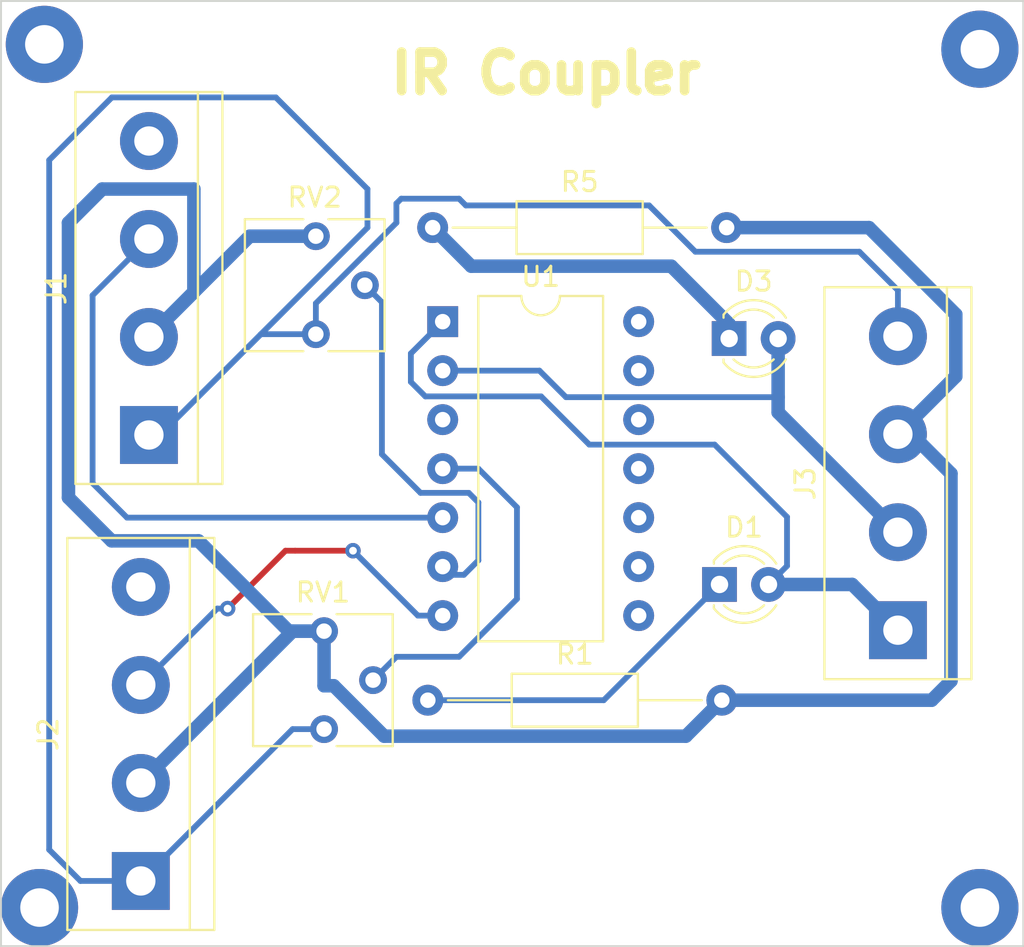
<source format=kicad_pcb>
(kicad_pcb (version 20211014) (generator pcbnew)
  (layers (0 "F.Cu" signal) (31 "B.Cu" signal) (34 "B.Paste" user) (35 "F.Paste" user) (36 "B.SilkS" user "B.Silkscreen") (37 "F.SilkS" user "F.Silkscreen") (38 "B.Mask" user) (39 "F.Mask" user) (44 "Edge.Cuts" user))
  (net 0 "")
  (net 1 "Net-(D1-Pad1)")
  (net 2 "OUT1")
  (net 3 "Net-(D3-Pad1)")
  (net 4 "VCC")
  (net 5 "GND")
  (net 6 "IN1")
  (net 7 "IN2")
  (net 8 "OUT2")
  (net 9 "Net-(RV1-Pad2)")
  (net 10 "Net-(RV2-Pad2)")
  (footprint "Resistor_THT:R_Axial_DIN0207_L6.3mm_D2.5mm_P15.24mm_Horizontal" (layer "F.Cu") (at 55.13 69.75)
    (fp_text reference "R5" (at 7.62 -2.37) (layer "F.SilkS"))
    (fp_text value "220R")
    (fp_line (start 10.89 1.37) (end 10.89 -1.37) (layer "F.SilkS") (width 0.12))
    (fp_line (start 14.2 0) (end 10.89 0) (layer "F.SilkS") (width 0.12))
    (fp_line (start 1.04 0) (end 4.35 0) (layer "F.SilkS") (width 0.12))
    (fp_line (start 4.35 1.37) (end 10.89 1.37) (layer "F.SilkS") (width 0.12))
    (fp_line (start 4.35 -1.37) (end 4.35 1.37) (layer "F.SilkS") (width 0.12))
    (fp_line (start 10.89 -1.37) (end 4.35 -1.37) (layer "F.SilkS") (width 0.12))
    (pad "1" thru_hole circle (at 0 0) (size 1.6 1.6) (drill 0.8) (layers *.Cu *.Mask) (net 3 "Net-(D3-Pad1)"))
    (pad "2" thru_hole oval (at 15.24 0) (size 1.6 1.6) (drill 0.8) (layers *.Cu *.Mask) (net 5 "GND"))
  )
  (footprint "LED_THT:LED_D3.0mm" (layer "F.Cu") (at 70 88.25)
    (fp_text reference "D1" (at 1.27 -2.96) (layer "F.SilkS"))
    (fp_text value "LED")
    (fp_line (start -0.29 -1.236) (end -0.29 -1.08) (layer "F.SilkS") (width 0.12))
    (fp_line (start -0.29 1.08) (end -0.29 1.236) (layer "F.SilkS") (width 0.12))
    (fp_arc (start -0.29 -1.235516) (mid 1.366487 -1.987659) (end 2.942335 -1.078608) (layer "F.SilkS") (width 0.12))
    (fp_arc (start 0.229039 -1.08) (mid 1.270117 -1.5) (end 2.31113 -1.079837) (layer "F.SilkS") (width 0.12))
    (fp_arc (start 2.942335 1.078608) (mid 1.366487 1.987659) (end -0.29 1.235516) (layer "F.SilkS") (width 0.12))
    (fp_arc (start 2.31113 1.079837) (mid 1.270117 1.5) (end 0.229039 1.08) (layer "F.SilkS") (width 0.12))
    (pad "1" thru_hole rect (at 0 0) (size 1.8 1.8) (drill 0.9) (layers *.Cu *.Mask) (net 1 "Net-(D1-Pad1)"))
    (pad "2" thru_hole circle (at 2.54 0) (size 1.8 1.8) (drill 0.9) (layers *.Cu *.Mask) (net 8 "OUT2"))
  )
  (footprint "TerminalBlock:TerminalBlock_bornier-4_P5.08mm" (layer "F.Cu") (at 40 103.62 90)
    (fp_text reference "J2" (at 7.6 -4.8 90) (layer "F.SilkS"))
    (fp_text value "ir_module2")
    (fp_line (start -2.54 -3.81) (end 17.78 -3.81) (layer "F.SilkS") (width 0.12))
    (fp_line (start -2.54 3.81) (end 17.78 3.81) (layer "F.SilkS") (width 0.12))
    (fp_line (start -2.54 -3.81) (end -2.54 3.81) (layer "F.SilkS") (width 0.12))
    (fp_line (start 17.78 3.81) (end 17.78 -3.81) (layer "F.SilkS") (width 0.12))
    (fp_line (start 17.78 2.54) (end -2.54 2.54) (layer "F.SilkS") (width 0.12))
    (pad "1" thru_hole rect (at 0 0 90) (size 3 3) (drill 1.52) (layers *.Cu *.Mask) (net 4 "VCC"))
    (pad "2" thru_hole circle (at 5.08 0 90) (size 3 3) (drill 1.52) (layers *.Cu *.Mask) (net 5 "GND"))
    (pad "3" thru_hole circle (at 10.16 0 90) (size 3 3) (drill 1.52) (layers *.Cu *.Mask) (net 7 "IN2"))
    (pad "4" thru_hole circle (at 15.24 0 90) (size 3 3) (drill 1.52) (layers *.Cu *.Mask))
  )
  (footprint "LED_THT:LED_D3.0mm" (layer "F.Cu") (at 70.5 75.5)
    (fp_text reference "D3" (at 1.27 -2.96) (layer "F.SilkS"))
    (fp_text value "LED")
    (fp_line (start -0.29 1.08) (end -0.29 1.236) (layer "F.SilkS") (width 0.12))
    (fp_line (start -0.29 -1.236) (end -0.29 -1.08) (layer "F.SilkS") (width 0.12))
    (fp_arc (start 2.31113 1.079837) (mid 1.270117 1.5) (end 0.229039 1.08) (layer "F.SilkS") (width 0.12))
    (fp_arc (start 2.942335 1.078608) (mid 1.366487 1.987659) (end -0.29 1.235516) (layer "F.SilkS") (width 0.12))
    (fp_arc (start -0.29 -1.235516) (mid 1.366487 -1.987659) (end 2.942335 -1.078608) (layer "F.SilkS") (width 0.12))
    (fp_arc (start 0.229039 -1.08) (mid 1.270117 -1.5) (end 2.31113 -1.079837) (layer "F.SilkS") (width 0.12))
    (pad "1" thru_hole rect (at 0 0) (size 1.8 1.8) (drill 0.9) (layers *.Cu *.Mask) (net 3 "Net-(D3-Pad1)"))
    (pad "2" thru_hole circle (at 2.54 0) (size 1.8 1.8) (drill 0.9) (layers *.Cu *.Mask) (net 2 "OUT1"))
  )
  (footprint "Potentiometer_THT:Potentiometer_Vishay_T73YP_Vertical" (layer "F.Cu") (at 49.075 75.275)
    (fp_text reference "RV2" (at -0.06 -7.09) (layer "F.SilkS"))
    (fp_text value "10k")
    (fp_line (start 3.56 -5.96) (end 3.56 0.88) (layer "F.SilkS") (width 0.12))
    (fp_line (start -3.68 0.88) (end -0.65 0.88) (layer "F.SilkS") (width 0.12))
    (fp_line (start 0.65 0.88) (end 3.56 0.88) (layer "F.SilkS") (width 0.12))
    (fp_line (start 0.65 -5.96) (end 3.56 -5.96) (layer "F.SilkS") (width 0.12))
    (fp_line (start -3.68 -5.96) (end -3.68 0.88) (layer "F.SilkS") (width 0.12))
    (fp_line (start -3.68 -5.96) (end -0.65 -5.96) (layer "F.SilkS") (width 0.12))
    (pad "1" thru_hole circle (at 0 0) (size 1.44 1.44) (drill 0.8) (layers *.Cu *.Mask) (net 4 "VCC"))
    (pad "2" thru_hole circle (at 2.54 -2.54) (size 1.44 1.44) (drill 0.8) (layers *.Cu *.Mask) (net 10 "Net-(RV2-Pad2)"))
    (pad "3" thru_hole circle (at 0 -5.08) (size 1.44 1.44) (drill 0.8) (layers *.Cu *.Mask) (net 5 "GND"))
  )
  (footprint "Resistor_THT:R_Axial_DIN0207_L6.3mm_D2.5mm_P15.24mm_Horizontal" (layer "F.Cu") (at 54.88 94.25)
    (fp_text reference "R1" (at 7.62 -2.37) (layer "F.SilkS"))
    (fp_text value "220R")
    (fp_line (start 10.89 -1.37) (end 4.35 -1.37) (layer "F.SilkS") (width 0.12))
    (fp_line (start 4.35 1.37) (end 10.89 1.37) (layer "F.SilkS") (width 0.12))
    (fp_line (start 14.2 0) (end 10.89 0) (layer "F.SilkS") (width 0.12))
    (fp_line (start 4.35 -1.37) (end 4.35 1.37) (layer "F.SilkS") (width 0.12))
    (fp_line (start 1.04 0) (end 4.35 0) (layer "F.SilkS") (width 0.12))
    (fp_line (start 10.89 1.37) (end 10.89 -1.37) (layer "F.SilkS") (width 0.12))
    (pad "1" thru_hole circle (at 0 0) (size 1.6 1.6) (drill 0.8) (layers *.Cu *.Mask) (net 1 "Net-(D1-Pad1)"))
    (pad "2" thru_hole oval (at 15.24 0) (size 1.6 1.6) (drill 0.8) (layers *.Cu *.Mask) (net 5 "GND"))
  )
  (footprint "TerminalBlock:TerminalBlock_bornier-4_P5.08mm" (layer "F.Cu") (at 40.42 80.5 90)
    (fp_text reference "J1" (at 7.6 -4.8 90) (layer "F.SilkS"))
    (fp_text value "ir_module1")
    (fp_line (start -2.54 -3.81) (end 17.78 -3.81) (layer "F.SilkS") (width 0.12))
    (fp_line (start 17.78 3.81) (end 17.78 -3.81) (layer "F.SilkS") (width 0.12))
    (fp_line (start -2.54 -3.81) (end -2.54 3.81) (layer "F.SilkS") (width 0.12))
    (fp_line (start 17.78 2.54) (end -2.54 2.54) (layer "F.SilkS") (width 0.12))
    (fp_line (start -2.54 3.81) (end 17.78 3.81) (layer "F.SilkS") (width 0.12))
    (pad "1" thru_hole rect (at 0 0 90) (size 3 3) (drill 1.52) (layers *.Cu *.Mask) (net 4 "VCC"))
    (pad "2" thru_hole circle (at 5.08 0 90) (size 3 3) (drill 1.52) (layers *.Cu *.Mask) (net 5 "GND"))
    (pad "3" thru_hole circle (at 10.16 0 90) (size 3 3) (drill 1.52) (layers *.Cu *.Mask) (net 6 "IN1"))
    (pad "4" thru_hole circle (at 15.24 0 90) (size 3 3) (drill 1.52) (layers *.Cu *.Mask))
  )
  (footprint "Package_DIP:DIP-14_W10.16mm" (layer "F.Cu") (at 55.65 74.625)
    (fp_text reference "U1" (at 5.08 -2.33) (layer "F.SilkS"))
    (fp_text value "LM339")
    (fp_line (start 1.845 16.57) (end 8.315 16.57) (layer "F.SilkS") (width 0.12))
    (fp_line (start 8.315 16.57) (end 8.315 -1.33) (layer "F.SilkS") (width 0.12))
    (fp_line (start 8.315 -1.33) (end 6.08 -1.33) (layer "F.SilkS") (width 0.12))
    (fp_line (start 4.08 -1.33) (end 1.845 -1.33) (layer "F.SilkS") (width 0.12))
    (fp_line (start 1.845 -1.33) (end 1.845 16.57) (layer "F.SilkS") (width 0.12))
    (fp_arc (start 6.08 -1.33) (mid 5.08 -0.33) (end 4.08 -1.33) (layer "F.SilkS") (width 0.12))
    (pad "1" thru_hole rect (at 0 0) (size 1.6 1.6) (drill 0.8) (layers *.Cu *.Mask) (net 8 "OUT2"))
    (pad "2" thru_hole oval (at 0 2.54) (size 1.6 1.6) (drill 0.8) (layers *.Cu *.Mask) (net 2 "OUT1"))
    (pad "3" thru_hole oval (at 0 5.08) (size 1.6 1.6) (drill 0.8) (layers *.Cu *.Mask))
    (pad "4" thru_hole oval (at 0 7.62) (size 1.6 1.6) (drill 0.8) (layers *.Cu *.Mask) (net 9 "Net-(RV1-Pad2)"))
    (pad "5" thru_hole oval (at 0 10.16) (size 1.6 1.6) (drill 0.8) (layers *.Cu *.Mask) (net 6 "IN1"))
    (pad "6" thru_hole oval (at 0 12.7) (size 1.6 1.6) (drill 0.8) (layers *.Cu *.Mask) (net 10 "Net-(RV2-Pad2)"))
    (pad "7" thru_hole oval (at 0 15.24) (size 1.6 1.6) (drill 0.8) (layers *.Cu *.Mask) (net 7 "IN2"))
    (pad "8" thru_hole oval (at 10.16 15.24) (size 1.6 1.6) (drill 0.8) (layers *.Cu *.Mask))
    (pad "9" thru_hole oval (at 10.16 12.7) (size 1.6 1.6) (drill 0.8) (layers *.Cu *.Mask))
    (pad "10" thru_hole oval (at 10.16 10.16) (size 1.6 1.6) (drill 0.8) (layers *.Cu *.Mask))
    (pad "11" thru_hole oval (at 10.16 7.62) (size 1.6 1.6) (drill 0.8) (layers *.Cu *.Mask))
    (pad "12" thru_hole oval (at 10.16 5.08) (size 1.6 1.6) (drill 0.8) (layers *.Cu *.Mask))
    (pad "13" thru_hole oval (at 10.16 2.54) (size 1.6 1.6) (drill 0.8) (layers *.Cu *.Mask))
    (pad "14" thru_hole oval (at 10.16 0) (size 1.6 1.6) (drill 0.8) (layers *.Cu *.Mask))
  )
  (footprint "TerminalBlock:TerminalBlock_bornier-4_P5.08mm" (layer "F.Cu") (at 79.25 90.62 90)
    (fp_text reference "J3" (at 7.6 -4.8 90) (layer "F.SilkS"))
    (fp_text value "ouput_to_mcu")
    (fp_line (start -2.54 -3.81) (end -2.54 3.81) (layer "F.SilkS") (width 0.12))
    (fp_line (start 17.78 3.81) (end 17.78 -3.81) (layer "F.SilkS") (width 0.12))
    (fp_line (start 17.78 2.54) (end -2.54 2.54) (layer "F.SilkS") (width 0.12))
    (fp_line (start -2.54 3.81) (end 17.78 3.81) (layer "F.SilkS") (width 0.12))
    (fp_line (start -2.54 -3.81) (end 17.78 -3.81) (layer "F.SilkS") (width 0.12))
    (pad "1" thru_hole rect (at 0 0 90) (size 3 3) (drill 1.52) (layers *.Cu *.Mask) (net 8 "OUT2"))
    (pad "2" thru_hole circle (at 5.08 0 90) (size 3 3) (drill 1.52) (layers *.Cu *.Mask) (net 2 "OUT1"))
    (pad "3" thru_hole circle (at 10.16 0 90) (size 3 3) (drill 1.52) (layers *.Cu *.Mask) (net 5 "GND"))
    (pad "4" thru_hole circle (at 15.24 0 90) (size 3 3) (drill 1.52) (layers *.Cu *.Mask) (net 4 "VCC"))
  )
  (footprint "Potentiometer_THT:Potentiometer_Vishay_T73YP_Vertical" (layer "F.Cu") (at 49.5 95.75)
    (fp_text reference "RV1" (at -0.06 -7.09) (layer "F.SilkS"))
    (fp_text value "10k")
    (fp_line (start -3.68 0.88) (end -0.65 0.88) (layer "F.SilkS") (width 0.12))
    (fp_line (start 0.65 -5.96) (end 3.56 -5.96) (layer "F.SilkS") (width 0.12))
    (fp_line (start 0.65 0.88) (end 3.56 0.88) (layer "F.SilkS") (width 0.12))
    (fp_line (start -3.68 -5.96) (end -0.65 -5.96) (layer "F.SilkS") (width 0.12))
    (fp_line (start -3.68 -5.96) (end -3.68 0.88) (layer "F.SilkS") (width 0.12))
    (fp_line (start 3.56 -5.96) (end 3.56 0.88) (layer "F.SilkS") (width 0.12))
    (pad "1" thru_hole circle (at 0 0) (size 1.44 1.44) (drill 0.8) (layers *.Cu *.Mask) (net 4 "VCC"))
    (pad "2" thru_hole circle (at 2.54 -2.54) (size 1.44 1.44) (drill 0.8) (layers *.Cu *.Mask) (net 9 "Net-(RV1-Pad2)"))
    (pad "3" thru_hole circle (at 0 -5.08) (size 1.44 1.44) (drill 0.8) (layers *.Cu *.Mask) (net 5 "GND"))
  )
  (gr_rect (start 32.75 58) (end 85.75 107) (layer "Edge.Cuts") (width 0.1) (fill none))
  (gr_text "IR Coupler" (at 61 61.75) (layer "F.SilkS") (effects (font (size 2 2) (thickness 0.5))))
  (via (at 83.5 105) (size 4) (drill 2) (layers "F.Cu" "B.Cu") (net 0))
  (via (at 35 60.25) (size 4) (drill 2) (layers "F.Cu" "B.Cu") (net 0))
  (via (at 83.5 60.5) (size 4) (drill 2) (layers "F.Cu" "B.Cu") (net 0))
  (via (at 34.75 105) (size 4) (drill 2) (layers "F.Cu" "B.Cu") (net 0))
  (segment (start 54.88 94.25) (end 64 94.25) (width 0.3) (layer "B.Cu") (net 1))
  (segment (start 64 94.25) (end 70 88.25) (width 0.3) (layer "B.Cu") (net 1))
  (segment (start 60.665 77.165) (end 62.04 78.54) (width 0.3) (layer "B.Cu") (net 2))
  (segment (start 55.65 77.165) (end 60.665 77.165) (width 0.3) (layer "B.Cu") (net 2))
  (segment (start 62.04 78.54) (end 73.04 78.54) (width 0.3) (layer "B.Cu") (net 2))
  (segment (start 73.04 78.54) (end 73.04 79.33) (width 0.7) (layer "B.Cu") (net 2))
  (segment (start 73.04 75.5) (end 73.04 78.54) (width 0.7) (layer "B.Cu") (net 2))
  (segment (start 73.04 79.33) (end 79.25 85.54) (width 0.7) (layer "B.Cu") (net 2))
  (segment (start 67.5 71.75) (end 70.5 74.75) (width 0.7) (layer "B.Cu") (net 3))
  (segment (start 55.13 69.75) (end 57.13 71.75) (width 0.7) (layer "B.Cu") (net 3))
  (segment (start 57.13 71.75) (end 67.5 71.75) (width 0.7) (layer "B.Cu") (net 3))
  (segment (start 70.5 74.75) (end 70.5 75.5) (width 0.7) (layer "B.Cu") (net 3))
  (segment (start 40 103.62) (end 47.87 95.75) (width 0.3) (layer "B.Cu") (net 4))
  (segment (start 49.075 73.675) (end 49.075 75.275) (width 0.3) (layer "B.Cu") (net 4))
  (segment (start 79.25 75.38) (end 79.25 73) (width 0.3) (layer "B.Cu") (net 4))
  (segment (start 56.85 68.6) (end 56.5 68.25) (width 0.3) (layer "B.Cu") (net 4))
  (segment (start 41 80.5) (end 46.225 75.275) (width 0.3) (layer "B.Cu") (net 4))
  (segment (start 53.5 68.25) (end 53.25 68.5) (width 0.3) (layer "B.Cu") (net 4))
  (segment (start 77.25 71) (end 68.75 71) (width 0.3) (layer "B.Cu") (net 4))
  (segment (start 53.25 69.5) (end 49.075 73.675) (width 0.3) (layer "B.Cu") (net 4))
  (segment (start 68.75 71) (end 66.35 68.6) (width 0.3) (layer "B.Cu") (net 4))
  (segment (start 35.25 66.25) (end 35.25 102) (width 0.3) (layer "B.Cu") (net 4))
  (segment (start 46.225 75.275) (end 51.75 69.75) (width 0.3) (layer "B.Cu") (net 4))
  (segment (start 79.25 73) (end 77.25 71) (width 0.3) (layer "B.Cu") (net 4))
  (segment (start 51.75 67.75) (end 47 63) (width 0.3) (layer "B.Cu") (net 4))
  (segment (start 53.25 68.5) (end 53.25 69.5) (width 0.3) (layer "B.Cu") (net 4))
  (segment (start 38.5 63) (end 35.25 66.25) (width 0.3) (layer "B.Cu") (net 4))
  (segment (start 56.5 68.25) (end 53.5 68.25) (width 0.3) (layer "B.Cu") (net 4))
  (segment (start 35.25 102) (end 36.87 103.62) (width 0.3) (layer "B.Cu") (net 4))
  (segment (start 51.75 69.75) (end 51.75 67.75) (width 0.3) (layer "B.Cu") (net 4))
  (segment (start 47 63) (end 38.5 63) (width 0.3) (layer "B.Cu") (net 4))
  (segment (start 36.87 103.62) (end 40 103.62) (width 0.3) (layer "B.Cu") (net 4))
  (segment (start 40.42 80.5) (end 41 80.5) (width 0.3) (layer "B.Cu") (net 4))
  (segment (start 47.87 95.75) (end 49.5 95.75) (width 0.3) (layer "B.Cu") (net 4))
  (segment (start 46.225 75.275) (end 49.075 75.275) (width 0.3) (layer "B.Cu") (net 4))
  (segment (start 66.35 68.6) (end 56.85 68.6) (width 0.3) (layer "B.Cu") (net 4))
  (segment (start 40.42 75.42) (end 42.75 73.09) (width 0.7) (layer "B.Cu") (net 5))
  (segment (start 42.988385 85.988385) (end 47.67 90.67) (width 0.7) (layer "B.Cu") (net 5))
  (segment (start 79.96 80.46) (end 79.25 80.46) (width 0.7) (layer "B.Cu") (net 5))
  (segment (start 42.75 73.09) (end 42.75 67.75) (width 0.7) (layer "B.Cu") (net 5))
  (segment (start 82 82.5) (end 79.96 80.46) (width 0.7) (layer "B.Cu") (net 5))
  (segment (start 50 93.5) (end 49.5 93.5) (width 0.7) (layer "B.Cu") (net 5))
  (segment (start 77.75 69.75) (end 82.25 74.25) (width 0.7) (layer "B.Cu") (net 5))
  (segment (start 38.488385 85.988385) (end 42.988385 85.988385) (width 0.7) (layer "B.Cu") (net 5))
  (segment (start 47.67 90.67) (end 49.5 90.67) (width 0.7) (layer "B.Cu") (net 5))
  (segment (start 38 67.75) (end 36.25 69.5) (width 0.7) (layer "B.Cu") (net 5))
  (segment (start 49.5 93.5) (end 49.5 90.67) (width 0.7) (layer "B.Cu") (net 5))
  (segment (start 49.5 90.67) (end 47.87 90.67) (width 0.7) (layer "B.Cu") (net 5))
  (segment (start 82 93.25) (end 82 82.5) (width 0.7) (layer "B.Cu") (net 5))
  (segment (start 36.25 83.75) (end 38.488385 85.988385) (width 0.7) (layer "B.Cu") (net 5))
  (segment (start 68.255003 96.114997) (end 52.614997 96.114997) (width 0.7) (layer "B.Cu") (net 5))
  (segment (start 70.12 94.25) (end 68.255003 96.114997) (width 0.7) (layer "B.Cu") (net 5))
  (segment (start 42.75 67.75) (end 38 67.75) (width 0.7) (layer "B.Cu") (net 5))
  (segment (start 70.37 69.75) (end 77.75 69.75) (width 0.7) (layer "B.Cu") (net 5))
  (segment (start 52.614997 96.114997) (end 50 93.5) (width 0.7) (layer "B.Cu") (net 5))
  (segment (start 47.87 90.67) (end 40 98.54) (width 0.7) (layer "B.Cu") (net 5))
  (segment (start 82.25 77.46) (end 79.25 80.46) (width 0.7) (layer "B.Cu") (net 5))
  (segment (start 70.12 94.25) (end 81 94.25) (width 0.7) (layer "B.Cu") (net 5))
  (segment (start 82.25 74.25) (end 82.25 77.46) (width 0.7) (layer "B.Cu") (net 5))
  (segment (start 81 94.25) (end 82 93.25) (width 0.7) (layer "B.Cu") (net 5))
  (segment (start 49.075 70.195) (end 45.645 70.195) (width 0.7) (layer "B.Cu") (net 5))
  (segment (start 45.645 70.195) (end 40.42 75.42) (width 0.7) (layer "B.Cu") (net 5))
  (segment (start 36.25 69.5) (end 36.25 83.75) (width 0.7) (layer "B.Cu") (net 5))
  (segment (start 37.5 73.26) (end 37.5 83) (width 0.3) (layer "B.Cu") (net 6))
  (segment (start 37.5 83) (end 39.285 84.785) (width 0.3) (layer "B.Cu") (net 6))
  (segment (start 40.42 70.34) (end 37.5 73.26) (width 0.3) (layer "B.Cu") (net 6))
  (segment (start 39.285 84.785) (end 55.65 84.785) (width 0.3) (layer "B.Cu") (net 6))
  (segment (start 47.5 86.5) (end 48 86.5) (width 0.3) (layer "F.Cu") (net 7))
  (segment (start 44.5 89.5) (end 47.5 86.5) (width 0.3) (layer "F.Cu") (net 7))
  (segment (start 48 86.5) (end 51 86.5) (width 0.3) (layer "F.Cu") (net 7))
  (via (at 51 86.5) (size 0.8) (drill 0.4) (layers "F.Cu" "B.Cu") (net 7))
  (via (at 44.5 89.5) (size 0.8) (drill 0.4) (layers "F.Cu" "B.Cu") (net 7))
  (segment (start 51 86.5) (end 54.365 89.865) (width 0.3) (layer "B.Cu") (net 7))
  (segment (start 40 93.46) (end 43.96 89.5) (width 0.3) (layer "B.Cu") (net 7))
  (segment (start 43.96 89.5) (end 44.5 89.5) (width 0.3) (layer "B.Cu") (net 7))
  (segment (start 54.365 89.865) (end 55.65 89.865) (width 0.3) (layer "B.Cu") (net 7))
  (segment (start 54 76.275) (end 54 77.75) (width 0.3) (layer "B.Cu") (net 8))
  (segment (start 60.75 78.5) (end 63.25 81) (width 0.3) (layer "B.Cu") (net 8))
  (segment (start 54.75 78.5) (end 60.75 78.5) (width 0.3) (layer "B.Cu") (net 8))
  (segment (start 63.25 81) (end 69.75 81) (width 0.3) (layer "B.Cu") (net 8))
  (segment (start 72.54 88.25) (end 76.88 88.25) (width 0.7) (layer "B.Cu") (net 8))
  (segment (start 76.88 88.25) (end 79.25 90.62) (width 0.7) (layer "B.Cu") (net 8))
  (segment (start 54 77.75) (end 54.75 78.5) (width 0.3) (layer "B.Cu") (net 8))
  (segment (start 73.5 87.29) (end 72.54 88.25) (width 0.3) (layer "B.Cu") (net 8))
  (segment (start 55.65 74.625) (end 54 76.275) (width 0.3) (layer "B.Cu") (net 8))
  (segment (start 69.75 81) (end 73.5 84.75) (width 0.3) (layer "B.Cu") (net 8))
  (segment (start 73.5 84.75) (end 73.5 87.29) (width 0.3) (layer "B.Cu") (net 8))
  (segment (start 59.5 89) (end 56.5 92) (width 0.3) (layer "B.Cu") (net 9))
  (segment (start 55.65 82.245) (end 57.495 82.245) (width 0.3) (layer "B.Cu") (net 9))
  (segment (start 57.495 82.245) (end 59.5 84.25) (width 0.3) (layer "B.Cu") (net 9))
  (segment (start 59.5 84.25) (end 59.5 89) (width 0.3) (layer "B.Cu") (net 9))
  (segment (start 53.25 92) (end 52.04 93.21) (width 0.3) (layer "B.Cu") (net 9))
  (segment (start 56.5 92) (end 53.25 92) (width 0.3) (layer "B.Cu") (net 9))
  (segment (start 57.5 87) (end 56.75 87.75) (width 0.3) (layer "B.Cu") (net 10))
  (segment (start 57 83.5) (end 57.5 84) (width 0.3) (layer "B.Cu") (net 10))
  (segment (start 51.615 72.735) (end 52.5 73.62) (width 0.3) (layer "B.Cu") (net 10))
  (segment (start 54.5 83.5) (end 57 83.5) (width 0.3) (layer "B.Cu") (net 10))
  (segment (start 56.75 87.75) (end 56.075 87.75) (width 0.3) (layer "B.Cu") (net 10))
  (segment (start 52.5 81.5) (end 54.5 83.5) (width 0.3) (layer "B.Cu") (net 10))
  (segment (start 57.5 84) (end 57.5 87) (width 0.3) (layer "B.Cu") (net 10))
  (segment (start 56.075 87.75) (end 55.65 87.325) (width 0.3) (layer "B.Cu") (net 10))
  (segment (start 52.5 73.62) (end 52.5 81.5) (width 0.3) (layer "B.Cu") (net 10))
)
</source>
